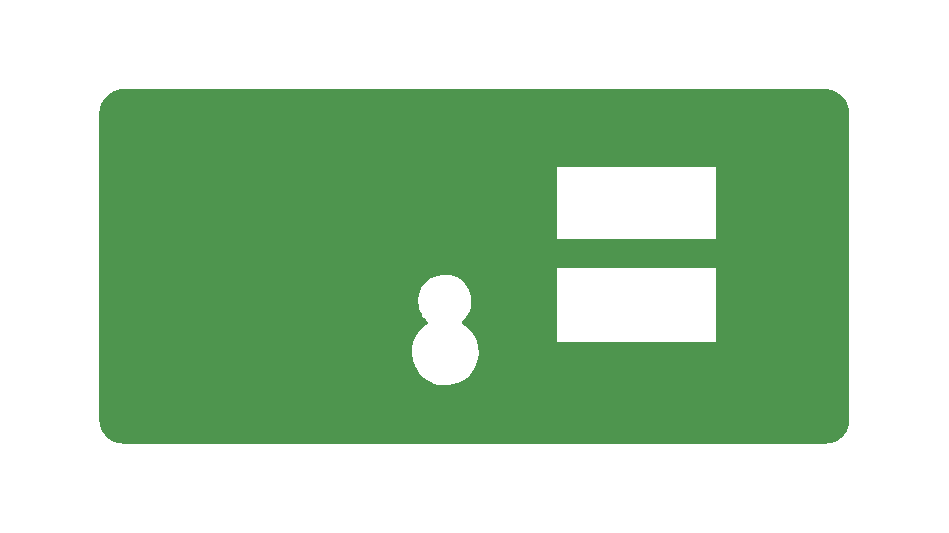
<source format=gbr>
%TF.GenerationSoftware,KiCad,Pcbnew,(7.0.0)*%
%TF.CreationDate,2023-02-18T15:18:28+00:00*%
%TF.ProjectId,frontcase,66726f6e-7463-4617-9365-2e6b69636164,rev?*%
%TF.SameCoordinates,Original*%
%TF.FileFunction,Copper,L2,Bot*%
%TF.FilePolarity,Positive*%
%FSLAX46Y46*%
G04 Gerber Fmt 4.6, Leading zero omitted, Abs format (unit mm)*
G04 Created by KiCad (PCBNEW (7.0.0)) date 2023-02-18 15:18:28*
%MOMM*%
%LPD*%
G01*
G04 APERTURE LIST*
%TA.AperFunction,ComponentPad*%
%ADD10C,5.000000*%
%TD*%
%TA.AperFunction,ComponentPad*%
%ADD11C,13.000000*%
%TD*%
G04 APERTURE END LIST*
D10*
%TO.P,REF\u002A\u002A,1*%
%TO.N,GND*%
X118250000Y-86000000D03*
X118250000Y-107500000D03*
X169750000Y-86000000D03*
X169750000Y-107500000D03*
D11*
%TO.P,REF\u002A\u002A,2*%
X127200000Y-96600000D03*
%TD*%
%TA.AperFunction,Conductor*%
%TO.N,GND*%
G36*
X173754119Y-81000770D02*
G01*
X173833648Y-81005982D01*
X174011461Y-81018699D01*
X174027024Y-81020796D01*
X174138397Y-81042949D01*
X174140394Y-81043364D01*
X174280143Y-81073765D01*
X174293806Y-81077557D01*
X174407737Y-81116232D01*
X174411067Y-81117417D01*
X174538725Y-81165031D01*
X174550384Y-81170065D01*
X174660600Y-81224418D01*
X174665254Y-81226835D01*
X174782421Y-81290812D01*
X174791994Y-81296608D01*
X174895238Y-81365594D01*
X174900724Y-81369477D01*
X175006668Y-81448786D01*
X175014216Y-81454906D01*
X175107936Y-81537097D01*
X175113953Y-81542733D01*
X175207265Y-81636045D01*
X175212901Y-81642062D01*
X175295092Y-81735782D01*
X175301218Y-81743337D01*
X175355338Y-81815633D01*
X175380519Y-81849271D01*
X175384413Y-81854773D01*
X175453382Y-81957993D01*
X175459196Y-81967595D01*
X175523162Y-82084742D01*
X175525580Y-82089398D01*
X175579925Y-82199597D01*
X175584975Y-82211293D01*
X175632549Y-82338843D01*
X175633794Y-82342342D01*
X175672434Y-82456170D01*
X175676240Y-82469881D01*
X175706613Y-82609506D01*
X175707071Y-82611708D01*
X175729200Y-82722959D01*
X175731300Y-82738551D01*
X175743993Y-82916021D01*
X175744044Y-82916768D01*
X175749230Y-82995880D01*
X175749500Y-83004122D01*
X175749500Y-108995878D01*
X175749230Y-109004120D01*
X175744044Y-109083230D01*
X175743993Y-109083977D01*
X175731300Y-109261447D01*
X175729200Y-109277039D01*
X175707071Y-109388290D01*
X175706613Y-109390492D01*
X175676240Y-109530117D01*
X175672432Y-109543836D01*
X175633806Y-109657624D01*
X175632549Y-109661155D01*
X175584975Y-109788705D01*
X175579925Y-109800401D01*
X175525580Y-109910600D01*
X175523162Y-109915256D01*
X175459196Y-110032403D01*
X175453373Y-110042021D01*
X175384415Y-110145222D01*
X175380519Y-110150727D01*
X175301230Y-110256646D01*
X175295092Y-110264216D01*
X175212901Y-110357936D01*
X175207265Y-110363953D01*
X175113953Y-110457265D01*
X175107936Y-110462901D01*
X175014216Y-110545092D01*
X175006646Y-110551230D01*
X174900727Y-110630519D01*
X174895222Y-110634415D01*
X174792021Y-110703373D01*
X174782403Y-110709196D01*
X174665256Y-110773162D01*
X174660600Y-110775580D01*
X174550401Y-110829925D01*
X174538705Y-110834975D01*
X174411155Y-110882549D01*
X174407624Y-110883806D01*
X174293836Y-110922432D01*
X174280117Y-110926240D01*
X174140492Y-110956613D01*
X174138290Y-110957071D01*
X174027039Y-110979200D01*
X174011447Y-110981300D01*
X173833977Y-110993993D01*
X173833230Y-110994044D01*
X173757750Y-110998992D01*
X173754118Y-110999230D01*
X173745878Y-110999500D01*
X114254122Y-110999500D01*
X114245881Y-110999230D01*
X114241591Y-110998948D01*
X114166768Y-110994044D01*
X114166021Y-110993993D01*
X113988551Y-110981300D01*
X113972959Y-110979200D01*
X113861708Y-110957071D01*
X113859506Y-110956613D01*
X113719881Y-110926240D01*
X113706170Y-110922434D01*
X113592342Y-110883794D01*
X113588856Y-110882553D01*
X113461294Y-110834975D01*
X113449597Y-110829925D01*
X113339398Y-110775580D01*
X113334742Y-110773162D01*
X113217595Y-110709196D01*
X113207993Y-110703382D01*
X113104773Y-110634413D01*
X113099267Y-110630516D01*
X112993349Y-110551227D01*
X112985781Y-110545091D01*
X112892062Y-110462902D01*
X112886044Y-110457265D01*
X112792733Y-110363954D01*
X112787096Y-110357936D01*
X112704907Y-110264217D01*
X112698771Y-110256649D01*
X112619482Y-110150731D01*
X112615596Y-110145241D01*
X112546608Y-110041994D01*
X112540812Y-110032421D01*
X112476835Y-109915254D01*
X112474418Y-109910600D01*
X112462630Y-109886697D01*
X112420065Y-109800384D01*
X112415031Y-109788725D01*
X112367417Y-109661067D01*
X112366232Y-109657737D01*
X112327557Y-109543806D01*
X112323765Y-109530143D01*
X112293364Y-109390394D01*
X112292949Y-109388397D01*
X112270796Y-109277024D01*
X112268699Y-109261461D01*
X112255977Y-109083570D01*
X112250770Y-109004119D01*
X112250500Y-108995880D01*
X112250500Y-103172127D01*
X138714661Y-103172127D01*
X138714756Y-103175756D01*
X138714756Y-103175758D01*
X138717056Y-103263582D01*
X138723167Y-103496973D01*
X138723677Y-103500562D01*
X138723678Y-103500564D01*
X138768441Y-103815090D01*
X138768443Y-103815103D01*
X138768954Y-103818689D01*
X138769872Y-103822191D01*
X138769875Y-103822202D01*
X138835690Y-104073069D01*
X138851415Y-104133010D01*
X138852729Y-104136382D01*
X138852731Y-104136386D01*
X138948400Y-104381766D01*
X138969456Y-104435770D01*
X139121513Y-104722957D01*
X139305571Y-104990763D01*
X139307952Y-104993492D01*
X139484153Y-105195475D01*
X139519191Y-105235639D01*
X139521867Y-105238074D01*
X139521872Y-105238079D01*
X139718127Y-105416658D01*
X139759539Y-105454340D01*
X140023432Y-105643966D01*
X140307371Y-105802004D01*
X140607593Y-105926360D01*
X140920118Y-106015385D01*
X141240804Y-106067900D01*
X141565401Y-106083207D01*
X141889607Y-106061105D01*
X142209123Y-106001886D01*
X142519715Y-105906336D01*
X142817267Y-105775720D01*
X143097834Y-105611770D01*
X143357697Y-105416658D01*
X143593413Y-105192972D01*
X143801857Y-104943676D01*
X143980267Y-104672074D01*
X144126276Y-104381766D01*
X144237951Y-104076600D01*
X144313811Y-103760621D01*
X144352850Y-103438017D01*
X144358420Y-103260786D01*
X144339714Y-102936367D01*
X144283844Y-102616248D01*
X144219788Y-102400000D01*
X150999459Y-102400000D01*
X150999500Y-102400099D01*
X150999617Y-102400383D01*
X151000000Y-102400541D01*
X151000099Y-102400500D01*
X164499901Y-102400500D01*
X164500000Y-102400541D01*
X164500383Y-102400383D01*
X164500500Y-102400099D01*
X164500541Y-102400000D01*
X164500500Y-102399901D01*
X164500500Y-96100099D01*
X164500541Y-96100000D01*
X164500383Y-96099617D01*
X164500099Y-96099500D01*
X164500000Y-96099459D01*
X164499901Y-96099500D01*
X151000099Y-96099500D01*
X151000000Y-96099459D01*
X150999901Y-96099500D01*
X150999617Y-96099617D01*
X150999459Y-96100000D01*
X150999500Y-96100099D01*
X150999500Y-102399901D01*
X150999459Y-102400000D01*
X144219788Y-102400000D01*
X144191551Y-102304672D01*
X144064059Y-102005769D01*
X144019116Y-101926976D01*
X143904852Y-101726651D01*
X143904849Y-101726647D01*
X143903055Y-101723501D01*
X143710676Y-101461608D01*
X143489471Y-101223563D01*
X143486717Y-101221211D01*
X143486713Y-101221207D01*
X143245142Y-101014887D01*
X143242371Y-101012520D01*
X142993040Y-100844976D01*
X142954314Y-100803598D01*
X142937641Y-100749434D01*
X142946392Y-100693440D01*
X142978794Y-100646950D01*
X143121333Y-100518032D01*
X143315865Y-100287939D01*
X143477993Y-100033970D01*
X143604823Y-99760658D01*
X143694093Y-99472879D01*
X143744209Y-99175770D01*
X143754277Y-98874631D01*
X143724118Y-98574838D01*
X143654269Y-98281739D01*
X143545977Y-98000566D01*
X143401175Y-97736335D01*
X143222446Y-97493762D01*
X143219527Y-97490744D01*
X143219523Y-97490739D01*
X143015909Y-97280205D01*
X143012980Y-97277176D01*
X142776515Y-97090442D01*
X142772900Y-97088301D01*
X142772896Y-97088298D01*
X142520895Y-96939038D01*
X142520893Y-96939037D01*
X142517270Y-96936891D01*
X142239872Y-96819264D01*
X142235819Y-96818153D01*
X142235814Y-96818152D01*
X141953335Y-96740773D01*
X141953331Y-96740772D01*
X141949271Y-96739660D01*
X141945100Y-96739099D01*
X141945095Y-96739098D01*
X141654829Y-96700061D01*
X141654819Y-96700060D01*
X141650653Y-96699500D01*
X141424756Y-96699500D01*
X141422672Y-96699639D01*
X141422657Y-96699640D01*
X141203564Y-96714306D01*
X141203549Y-96714307D01*
X141199366Y-96714588D01*
X141195253Y-96715423D01*
X141195238Y-96715426D01*
X140908229Y-96773764D01*
X140908227Y-96773764D01*
X140904097Y-96774604D01*
X140900118Y-96775985D01*
X140900113Y-96775987D01*
X140623454Y-96872054D01*
X140619463Y-96873440D01*
X140615691Y-96875345D01*
X140615691Y-96875346D01*
X140354307Y-97007428D01*
X140354295Y-97007434D01*
X140350541Y-97009332D01*
X140347077Y-97011709D01*
X140347065Y-97011717D01*
X140105600Y-97177474D01*
X140105593Y-97177479D01*
X140102131Y-97179856D01*
X140099015Y-97182674D01*
X140099009Y-97182679D01*
X139881792Y-97379141D01*
X139881787Y-97379145D01*
X139878667Y-97381968D01*
X139875955Y-97385174D01*
X139875945Y-97385186D01*
X139686851Y-97608847D01*
X139686842Y-97608858D01*
X139684135Y-97612061D01*
X139681876Y-97615598D01*
X139681869Y-97615609D01*
X139524279Y-97862470D01*
X139524275Y-97862476D01*
X139522007Y-97866030D01*
X139520234Y-97869850D01*
X139520230Y-97869858D01*
X139396949Y-98135522D01*
X139396945Y-98135530D01*
X139395177Y-98139342D01*
X139393933Y-98143351D01*
X139393930Y-98143360D01*
X139307154Y-98423097D01*
X139307149Y-98423114D01*
X139305907Y-98427121D01*
X139255791Y-98724230D01*
X139255650Y-98728430D01*
X139255650Y-98728436D01*
X139250763Y-98874631D01*
X139245723Y-99025369D01*
X139246143Y-99029553D01*
X139246144Y-99029554D01*
X139275459Y-99320963D01*
X139275460Y-99320971D01*
X139275882Y-99325162D01*
X139276858Y-99329260D01*
X139276859Y-99329262D01*
X139344753Y-99614160D01*
X139344755Y-99614169D01*
X139345731Y-99618261D01*
X139347243Y-99622188D01*
X139347246Y-99622196D01*
X139399026Y-99756639D01*
X139454023Y-99899434D01*
X139456045Y-99903123D01*
X139456047Y-99903128D01*
X139529700Y-100037529D01*
X139598825Y-100163665D01*
X139601318Y-100167049D01*
X139601319Y-100167050D01*
X139690390Y-100287939D01*
X139777554Y-100406238D01*
X139780471Y-100409254D01*
X139780476Y-100409260D01*
X139882560Y-100514813D01*
X139987020Y-100622824D01*
X140046630Y-100669897D01*
X140083375Y-100716927D01*
X140094356Y-100775593D01*
X140077106Y-100832730D01*
X140035496Y-100875518D01*
X139903863Y-100958090D01*
X139903846Y-100958102D01*
X139900779Y-100960026D01*
X139897943Y-100962297D01*
X139897936Y-100962303D01*
X139650008Y-101160930D01*
X139649998Y-101160938D01*
X139647172Y-101163203D01*
X139644628Y-101165773D01*
X139644621Y-101165780D01*
X139584814Y-101226217D01*
X139418598Y-101394183D01*
X139416364Y-101397031D01*
X139416357Y-101397040D01*
X139220328Y-101647047D01*
X139218088Y-101649904D01*
X139216200Y-101652984D01*
X139216193Y-101652995D01*
X139050195Y-101923879D01*
X139050189Y-101923890D01*
X139048298Y-101926976D01*
X139046770Y-101930265D01*
X139046766Y-101930275D01*
X138913010Y-102218427D01*
X138911479Y-102221726D01*
X138910339Y-102225172D01*
X138910339Y-102225173D01*
X138810584Y-102526804D01*
X138810581Y-102526814D01*
X138809445Y-102530250D01*
X138808709Y-102533800D01*
X138808708Y-102533807D01*
X138744283Y-102844906D01*
X138743548Y-102848456D01*
X138743227Y-102852052D01*
X138743225Y-102852066D01*
X138714984Y-103168505D01*
X138714661Y-103172127D01*
X112250500Y-103172127D01*
X112250500Y-93700000D01*
X150999459Y-93700000D01*
X150999500Y-93700099D01*
X150999617Y-93700383D01*
X151000000Y-93700541D01*
X151000099Y-93700500D01*
X164499901Y-93700500D01*
X164500000Y-93700541D01*
X164500383Y-93700383D01*
X164500500Y-93700099D01*
X164500541Y-93700000D01*
X164500500Y-93699901D01*
X164500500Y-87560099D01*
X164500541Y-87560000D01*
X164500383Y-87559617D01*
X164500099Y-87559500D01*
X164500000Y-87559459D01*
X164499901Y-87559500D01*
X151000099Y-87559500D01*
X151000000Y-87559459D01*
X150999901Y-87559500D01*
X150999617Y-87559617D01*
X150999459Y-87560000D01*
X150999500Y-87560099D01*
X150999500Y-93699901D01*
X150999459Y-93700000D01*
X112250500Y-93700000D01*
X112250500Y-83004120D01*
X112250770Y-82995882D01*
X112251089Y-82991005D01*
X112255983Y-82916339D01*
X112268700Y-82738534D01*
X112270795Y-82722979D01*
X112292958Y-82611556D01*
X112293355Y-82609648D01*
X112323767Y-82469847D01*
X112327554Y-82456202D01*
X112366246Y-82342220D01*
X112367402Y-82338974D01*
X112415037Y-82211260D01*
X112420058Y-82199629D01*
X112474440Y-82089355D01*
X112476814Y-82084784D01*
X112540824Y-81967558D01*
X112546595Y-81958025D01*
X112615620Y-81854722D01*
X112619458Y-81849300D01*
X112698791Y-81743323D01*
X112704886Y-81735806D01*
X112787124Y-81642031D01*
X112792703Y-81636075D01*
X112886075Y-81542703D01*
X112892031Y-81537124D01*
X112985806Y-81454886D01*
X112993323Y-81448791D01*
X113099300Y-81369458D01*
X113104722Y-81365620D01*
X113208025Y-81296595D01*
X113217558Y-81290824D01*
X113334784Y-81226814D01*
X113339355Y-81224440D01*
X113449629Y-81170058D01*
X113461260Y-81165037D01*
X113588974Y-81117402D01*
X113592220Y-81116246D01*
X113706202Y-81077554D01*
X113719847Y-81073767D01*
X113859648Y-81043355D01*
X113861556Y-81042958D01*
X113972979Y-81020795D01*
X113988534Y-81018700D01*
X114166339Y-81005983D01*
X114241005Y-81001089D01*
X114245882Y-81000770D01*
X114254120Y-81000500D01*
X173745880Y-81000500D01*
X173754119Y-81000770D01*
G37*
%TD.AperFunction*%
%TD*%
%TA.AperFunction,Conductor*%
%TO.N,GND*%
G36*
X173754119Y-81000770D02*
G01*
X173833648Y-81005982D01*
X174011461Y-81018699D01*
X174027024Y-81020796D01*
X174138397Y-81042949D01*
X174140394Y-81043364D01*
X174280143Y-81073765D01*
X174293806Y-81077557D01*
X174407737Y-81116232D01*
X174411067Y-81117417D01*
X174538725Y-81165031D01*
X174550384Y-81170065D01*
X174660600Y-81224418D01*
X174665254Y-81226835D01*
X174782421Y-81290812D01*
X174791994Y-81296608D01*
X174895238Y-81365594D01*
X174900724Y-81369477D01*
X175006668Y-81448786D01*
X175014216Y-81454906D01*
X175107936Y-81537097D01*
X175113953Y-81542733D01*
X175207265Y-81636045D01*
X175212901Y-81642062D01*
X175295092Y-81735782D01*
X175301218Y-81743337D01*
X175355338Y-81815633D01*
X175380519Y-81849271D01*
X175384413Y-81854773D01*
X175453382Y-81957993D01*
X175459196Y-81967595D01*
X175523162Y-82084742D01*
X175525580Y-82089398D01*
X175579925Y-82199597D01*
X175584975Y-82211293D01*
X175632549Y-82338843D01*
X175633794Y-82342342D01*
X175672434Y-82456170D01*
X175676240Y-82469881D01*
X175706613Y-82609506D01*
X175707071Y-82611708D01*
X175729200Y-82722959D01*
X175731300Y-82738551D01*
X175743993Y-82916021D01*
X175744044Y-82916768D01*
X175749230Y-82995880D01*
X175749500Y-83004122D01*
X175749500Y-108995878D01*
X175749230Y-109004120D01*
X175744044Y-109083230D01*
X175743993Y-109083977D01*
X175731300Y-109261447D01*
X175729200Y-109277039D01*
X175707071Y-109388290D01*
X175706613Y-109390492D01*
X175676240Y-109530117D01*
X175672432Y-109543836D01*
X175633806Y-109657624D01*
X175632549Y-109661155D01*
X175584975Y-109788705D01*
X175579925Y-109800401D01*
X175525580Y-109910600D01*
X175523162Y-109915256D01*
X175459196Y-110032403D01*
X175453373Y-110042021D01*
X175384415Y-110145222D01*
X175380519Y-110150727D01*
X175301230Y-110256646D01*
X175295092Y-110264216D01*
X175212901Y-110357936D01*
X175207265Y-110363953D01*
X175113953Y-110457265D01*
X175107936Y-110462901D01*
X175014216Y-110545092D01*
X175006646Y-110551230D01*
X174900727Y-110630519D01*
X174895222Y-110634415D01*
X174792021Y-110703373D01*
X174782403Y-110709196D01*
X174665256Y-110773162D01*
X174660600Y-110775580D01*
X174550401Y-110829925D01*
X174538705Y-110834975D01*
X174411155Y-110882549D01*
X174407624Y-110883806D01*
X174293836Y-110922432D01*
X174280117Y-110926240D01*
X174140492Y-110956613D01*
X174138290Y-110957071D01*
X174027039Y-110979200D01*
X174011447Y-110981300D01*
X173833977Y-110993993D01*
X173833230Y-110994044D01*
X173757750Y-110998992D01*
X173754118Y-110999230D01*
X173745878Y-110999500D01*
X114254122Y-110999500D01*
X114245881Y-110999230D01*
X114241591Y-110998948D01*
X114166768Y-110994044D01*
X114166021Y-110993993D01*
X113988551Y-110981300D01*
X113972959Y-110979200D01*
X113861708Y-110957071D01*
X113859506Y-110956613D01*
X113719881Y-110926240D01*
X113706170Y-110922434D01*
X113592342Y-110883794D01*
X113588856Y-110882553D01*
X113461294Y-110834975D01*
X113449597Y-110829925D01*
X113339398Y-110775580D01*
X113334742Y-110773162D01*
X113217595Y-110709196D01*
X113207993Y-110703382D01*
X113104773Y-110634413D01*
X113099267Y-110630516D01*
X112993349Y-110551227D01*
X112985781Y-110545091D01*
X112892062Y-110462902D01*
X112886044Y-110457265D01*
X112792733Y-110363954D01*
X112787096Y-110357936D01*
X112704907Y-110264217D01*
X112698771Y-110256649D01*
X112619482Y-110150731D01*
X112615596Y-110145241D01*
X112546608Y-110041994D01*
X112540812Y-110032421D01*
X112476835Y-109915254D01*
X112474418Y-109910600D01*
X112462630Y-109886697D01*
X112420065Y-109800384D01*
X112415031Y-109788725D01*
X112367417Y-109661067D01*
X112366232Y-109657737D01*
X112327557Y-109543806D01*
X112323765Y-109530143D01*
X112293364Y-109390394D01*
X112292949Y-109388397D01*
X112270796Y-109277024D01*
X112268699Y-109261461D01*
X112255977Y-109083570D01*
X112250770Y-109004119D01*
X112250500Y-108995880D01*
X112250500Y-103172127D01*
X138714661Y-103172127D01*
X138714756Y-103175756D01*
X138714756Y-103175758D01*
X138717056Y-103263582D01*
X138723167Y-103496973D01*
X138723677Y-103500562D01*
X138723678Y-103500564D01*
X138768441Y-103815090D01*
X138768443Y-103815103D01*
X138768954Y-103818689D01*
X138769872Y-103822191D01*
X138769875Y-103822202D01*
X138835690Y-104073069D01*
X138851415Y-104133010D01*
X138852729Y-104136382D01*
X138852731Y-104136386D01*
X138948400Y-104381766D01*
X138969456Y-104435770D01*
X139121513Y-104722957D01*
X139305571Y-104990763D01*
X139307952Y-104993492D01*
X139484153Y-105195475D01*
X139519191Y-105235639D01*
X139521867Y-105238074D01*
X139521872Y-105238079D01*
X139718127Y-105416658D01*
X139759539Y-105454340D01*
X140023432Y-105643966D01*
X140307371Y-105802004D01*
X140607593Y-105926360D01*
X140920118Y-106015385D01*
X141240804Y-106067900D01*
X141565401Y-106083207D01*
X141889607Y-106061105D01*
X142209123Y-106001886D01*
X142519715Y-105906336D01*
X142817267Y-105775720D01*
X143097834Y-105611770D01*
X143357697Y-105416658D01*
X143593413Y-105192972D01*
X143801857Y-104943676D01*
X143980267Y-104672074D01*
X144126276Y-104381766D01*
X144237951Y-104076600D01*
X144313811Y-103760621D01*
X144352850Y-103438017D01*
X144358420Y-103260786D01*
X144339714Y-102936367D01*
X144283844Y-102616248D01*
X144219788Y-102400000D01*
X150999459Y-102400000D01*
X150999500Y-102400099D01*
X150999617Y-102400383D01*
X151000000Y-102400541D01*
X151000099Y-102400500D01*
X164499901Y-102400500D01*
X164500000Y-102400541D01*
X164500383Y-102400383D01*
X164500500Y-102400099D01*
X164500541Y-102400000D01*
X164500500Y-102399901D01*
X164500500Y-96100099D01*
X164500541Y-96100000D01*
X164500383Y-96099617D01*
X164500099Y-96099500D01*
X164500000Y-96099459D01*
X164499901Y-96099500D01*
X151000099Y-96099500D01*
X151000000Y-96099459D01*
X150999901Y-96099500D01*
X150999617Y-96099617D01*
X150999459Y-96100000D01*
X150999500Y-96100099D01*
X150999500Y-102399901D01*
X150999459Y-102400000D01*
X144219788Y-102400000D01*
X144191551Y-102304672D01*
X144064059Y-102005769D01*
X144019116Y-101926976D01*
X143904852Y-101726651D01*
X143904849Y-101726647D01*
X143903055Y-101723501D01*
X143710676Y-101461608D01*
X143489471Y-101223563D01*
X143486717Y-101221211D01*
X143486713Y-101221207D01*
X143245142Y-101014887D01*
X143242371Y-101012520D01*
X142993040Y-100844976D01*
X142954314Y-100803598D01*
X142937641Y-100749434D01*
X142946392Y-100693440D01*
X142978794Y-100646950D01*
X143121333Y-100518032D01*
X143315865Y-100287939D01*
X143477993Y-100033970D01*
X143604823Y-99760658D01*
X143694093Y-99472879D01*
X143744209Y-99175770D01*
X143754277Y-98874631D01*
X143724118Y-98574838D01*
X143654269Y-98281739D01*
X143545977Y-98000566D01*
X143401175Y-97736335D01*
X143222446Y-97493762D01*
X143219527Y-97490744D01*
X143219523Y-97490739D01*
X143015909Y-97280205D01*
X143012980Y-97277176D01*
X142776515Y-97090442D01*
X142772900Y-97088301D01*
X142772896Y-97088298D01*
X142520895Y-96939038D01*
X142520893Y-96939037D01*
X142517270Y-96936891D01*
X142239872Y-96819264D01*
X142235819Y-96818153D01*
X142235814Y-96818152D01*
X141953335Y-96740773D01*
X141953331Y-96740772D01*
X141949271Y-96739660D01*
X141945100Y-96739099D01*
X141945095Y-96739098D01*
X141654829Y-96700061D01*
X141654819Y-96700060D01*
X141650653Y-96699500D01*
X141424756Y-96699500D01*
X141422672Y-96699639D01*
X141422657Y-96699640D01*
X141203564Y-96714306D01*
X141203549Y-96714307D01*
X141199366Y-96714588D01*
X141195253Y-96715423D01*
X141195238Y-96715426D01*
X140908229Y-96773764D01*
X140908227Y-96773764D01*
X140904097Y-96774604D01*
X140900118Y-96775985D01*
X140900113Y-96775987D01*
X140623454Y-96872054D01*
X140619463Y-96873440D01*
X140615691Y-96875345D01*
X140615691Y-96875346D01*
X140354307Y-97007428D01*
X140354295Y-97007434D01*
X140350541Y-97009332D01*
X140347077Y-97011709D01*
X140347065Y-97011717D01*
X140105600Y-97177474D01*
X140105593Y-97177479D01*
X140102131Y-97179856D01*
X140099015Y-97182674D01*
X140099009Y-97182679D01*
X139881792Y-97379141D01*
X139881787Y-97379145D01*
X139878667Y-97381968D01*
X139875955Y-97385174D01*
X139875945Y-97385186D01*
X139686851Y-97608847D01*
X139686842Y-97608858D01*
X139684135Y-97612061D01*
X139681876Y-97615598D01*
X139681869Y-97615609D01*
X139524279Y-97862470D01*
X139524275Y-97862476D01*
X139522007Y-97866030D01*
X139520234Y-97869850D01*
X139520230Y-97869858D01*
X139396949Y-98135522D01*
X139396945Y-98135530D01*
X139395177Y-98139342D01*
X139393933Y-98143351D01*
X139393930Y-98143360D01*
X139307154Y-98423097D01*
X139307149Y-98423114D01*
X139305907Y-98427121D01*
X139255791Y-98724230D01*
X139255650Y-98728430D01*
X139255650Y-98728436D01*
X139250763Y-98874631D01*
X139245723Y-99025369D01*
X139246143Y-99029553D01*
X139246144Y-99029554D01*
X139275459Y-99320963D01*
X139275460Y-99320971D01*
X139275882Y-99325162D01*
X139276858Y-99329260D01*
X139276859Y-99329262D01*
X139344753Y-99614160D01*
X139344755Y-99614169D01*
X139345731Y-99618261D01*
X139347243Y-99622188D01*
X139347246Y-99622196D01*
X139399026Y-99756639D01*
X139454023Y-99899434D01*
X139456045Y-99903123D01*
X139456047Y-99903128D01*
X139529700Y-100037529D01*
X139598825Y-100163665D01*
X139601318Y-100167049D01*
X139601319Y-100167050D01*
X139690390Y-100287939D01*
X139777554Y-100406238D01*
X139780471Y-100409254D01*
X139780476Y-100409260D01*
X139882560Y-100514813D01*
X139987020Y-100622824D01*
X140046630Y-100669897D01*
X140083375Y-100716927D01*
X140094356Y-100775593D01*
X140077106Y-100832730D01*
X140035496Y-100875518D01*
X139903863Y-100958090D01*
X139903846Y-100958102D01*
X139900779Y-100960026D01*
X139897943Y-100962297D01*
X139897936Y-100962303D01*
X139650008Y-101160930D01*
X139649998Y-101160938D01*
X139647172Y-101163203D01*
X139644628Y-101165773D01*
X139644621Y-101165780D01*
X139584814Y-101226217D01*
X139418598Y-101394183D01*
X139416364Y-101397031D01*
X139416357Y-101397040D01*
X139220328Y-101647047D01*
X139218088Y-101649904D01*
X139216200Y-101652984D01*
X139216193Y-101652995D01*
X139050195Y-101923879D01*
X139050189Y-101923890D01*
X139048298Y-101926976D01*
X139046770Y-101930265D01*
X139046766Y-101930275D01*
X138913010Y-102218427D01*
X138911479Y-102221726D01*
X138910339Y-102225172D01*
X138910339Y-102225173D01*
X138810584Y-102526804D01*
X138810581Y-102526814D01*
X138809445Y-102530250D01*
X138808709Y-102533800D01*
X138808708Y-102533807D01*
X138744283Y-102844906D01*
X138743548Y-102848456D01*
X138743227Y-102852052D01*
X138743225Y-102852066D01*
X138714984Y-103168505D01*
X138714661Y-103172127D01*
X112250500Y-103172127D01*
X112250500Y-93700000D01*
X150999459Y-93700000D01*
X150999500Y-93700099D01*
X150999617Y-93700383D01*
X151000000Y-93700541D01*
X151000099Y-93700500D01*
X164499901Y-93700500D01*
X164500000Y-93700541D01*
X164500383Y-93700383D01*
X164500500Y-93700099D01*
X164500541Y-93700000D01*
X164500500Y-93699901D01*
X164500500Y-87560099D01*
X164500541Y-87560000D01*
X164500383Y-87559617D01*
X164500099Y-87559500D01*
X164500000Y-87559459D01*
X164499901Y-87559500D01*
X151000099Y-87559500D01*
X151000000Y-87559459D01*
X150999901Y-87559500D01*
X150999617Y-87559617D01*
X150999459Y-87560000D01*
X150999500Y-87560099D01*
X150999500Y-93699901D01*
X150999459Y-93700000D01*
X112250500Y-93700000D01*
X112250500Y-83004120D01*
X112250770Y-82995882D01*
X112251089Y-82991005D01*
X112255983Y-82916339D01*
X112268700Y-82738534D01*
X112270795Y-82722979D01*
X112292958Y-82611556D01*
X112293355Y-82609648D01*
X112323767Y-82469847D01*
X112327554Y-82456202D01*
X112366246Y-82342220D01*
X112367402Y-82338974D01*
X112415037Y-82211260D01*
X112420058Y-82199629D01*
X112474440Y-82089355D01*
X112476814Y-82084784D01*
X112540824Y-81967558D01*
X112546595Y-81958025D01*
X112615620Y-81854722D01*
X112619458Y-81849300D01*
X112698791Y-81743323D01*
X112704886Y-81735806D01*
X112787124Y-81642031D01*
X112792703Y-81636075D01*
X112886075Y-81542703D01*
X112892031Y-81537124D01*
X112985806Y-81454886D01*
X112993323Y-81448791D01*
X113099300Y-81369458D01*
X113104722Y-81365620D01*
X113208025Y-81296595D01*
X113217558Y-81290824D01*
X113334784Y-81226814D01*
X113339355Y-81224440D01*
X113449629Y-81170058D01*
X113461260Y-81165037D01*
X113588974Y-81117402D01*
X113592220Y-81116246D01*
X113706202Y-81077554D01*
X113719847Y-81073767D01*
X113859648Y-81043355D01*
X113861556Y-81042958D01*
X113972979Y-81020795D01*
X113988534Y-81018700D01*
X114166339Y-81005983D01*
X114241005Y-81001089D01*
X114245882Y-81000770D01*
X114254120Y-81000500D01*
X173745880Y-81000500D01*
X173754119Y-81000770D01*
G37*
%TD.AperFunction*%
%TD*%
M02*

</source>
